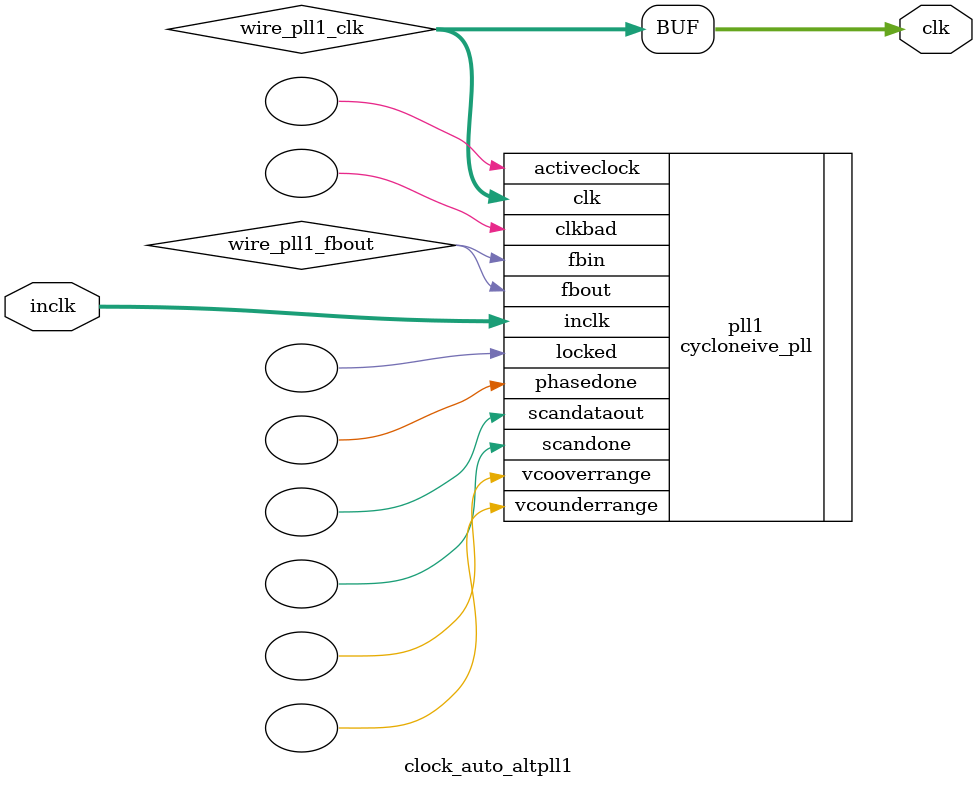
<source format=v>






//synthesis_resources = cycloneive_pll 1 
//synopsys translate_off
`timescale 1 ps / 1 ps
//synopsys translate_on
module  clock_auto_altpll1
	( 
	clk,
	inclk) /* synthesis synthesis_clearbox=1 */;
	output   [4:0]  clk;
	input   [1:0]  inclk;
`ifndef ALTERA_RESERVED_QIS
// synopsys translate_off
`endif
	tri0   [1:0]  inclk;
`ifndef ALTERA_RESERVED_QIS
// synopsys translate_on
`endif

	wire  [4:0]   wire_pll1_clk;
	wire  wire_pll1_fbout;

	cycloneive_pll   pll1
	( 
	.activeclock(),
	.clk(wire_pll1_clk),
	.clkbad(),
	.fbin(wire_pll1_fbout),
	.fbout(wire_pll1_fbout),
	.inclk(inclk),
	.locked(),
	.phasedone(),
	.scandataout(),
	.scandone(),
	.vcooverrange(),
	.vcounderrange()
	`ifndef FORMAL_VERIFICATION
	// synopsys translate_off
	`endif
	,
	.areset(1'b0),
	.clkswitch(1'b0),
	.configupdate(1'b0),
	.pfdena(1'b1),
	.phasecounterselect({3{1'b0}}),
	.phasestep(1'b0),
	.phaseupdown(1'b0),
	.scanclk(1'b0),
	.scanclkena(1'b1),
	.scandata(1'b0)
	`ifndef FORMAL_VERIFICATION
	// synopsys translate_on
	`endif
	);
	defparam
		pll1.bandwidth_type = "auto",
		pll1.clk0_divide_by = 50000000,
		pll1.clk0_duty_cycle = 50,
		pll1.clk0_multiply_by = 12288000,
		pll1.clk0_phase_shift = "0",
		pll1.compensate_clock = "clk0",
		pll1.inclk0_input_frequency = 20000,
		pll1.operation_mode = "normal",
		pll1.pll_type = "auto",
		pll1.self_reset_on_loss_lock = "off",
		pll1.lpm_type = "cycloneive_pll";
	assign
		clk = {wire_pll1_clk[4:0]};
endmodule //clock_auto_altpll1
//VALID FILE

</source>
